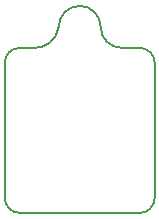
<source format=gm1>
G04 #@! TF.FileFunction,Profile,NP*
%FSLAX46Y46*%
G04 Gerber Fmt 4.6, Leading zero omitted, Abs format (unit mm)*
G04 Created by KiCad (PCBNEW 4.0.7) date Monday, 18 February 2019 'AMt' 09:16:41 AM*
%MOMM*%
%LPD*%
G01*
G04 APERTURE LIST*
%ADD10C,0.100000*%
%ADD11C,0.150000*%
G04 APERTURE END LIST*
D10*
D11*
X173990000Y-113030000D02*
X173990000Y-124460000D01*
X161290000Y-113030000D02*
X161290000Y-124460000D01*
X162560000Y-125730000D02*
X172720000Y-125730000D01*
X172720000Y-125730000D02*
G75*
G03X173990000Y-124460000I0J1270000D01*
G01*
X161290000Y-124460000D02*
G75*
G03X162560000Y-125730000I1270000J0D01*
G01*
X163576000Y-111760000D02*
X162560000Y-111760000D01*
X171196000Y-111760000D02*
X172720000Y-111760000D01*
X169418000Y-109982000D02*
G75*
G03X167640000Y-108204000I-1778000J0D01*
G01*
X167640000Y-108204000D02*
G75*
G03X165862000Y-109982000I0J-1778000D01*
G01*
X169418000Y-109982000D02*
G75*
G03X171196000Y-111760000I1778000J0D01*
G01*
X163576000Y-111760000D02*
G75*
G03X165862000Y-109982000I254000J2032000D01*
G01*
X162560000Y-111760000D02*
G75*
G03X161290000Y-113030000I0J-1270000D01*
G01*
X173990000Y-113030000D02*
G75*
G03X172720000Y-111760000I-1270000J0D01*
G01*
M02*

</source>
